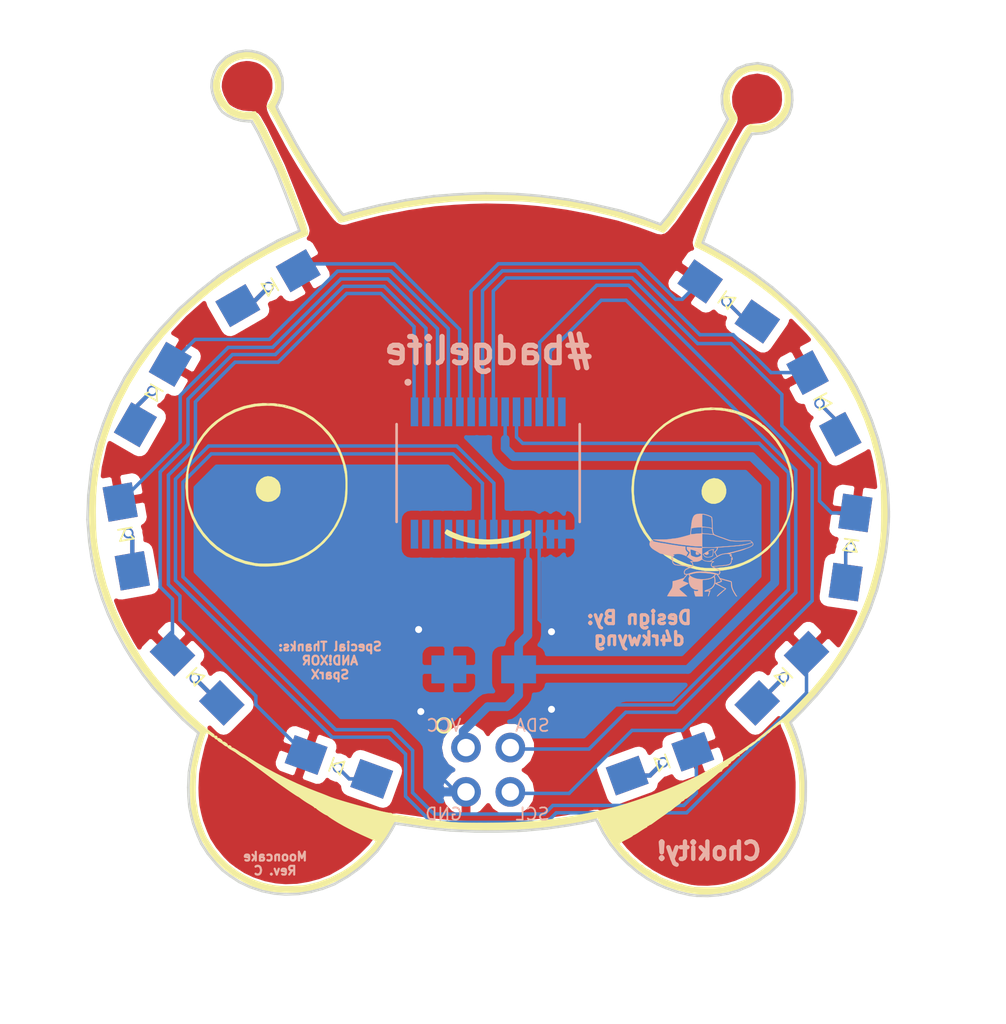
<source format=kicad_pcb>
(kicad_pcb (version 4) (host pcbnew 4.0.7)
  (layers (0 F.Cu signal) (31 B.Cu signal) (34 B.Paste user) (35 F.Paste user) (36 B.SilkS user) (37 F.SilkS user) (38 B.Mask user) (39 F.Mask user) (44 Edge.Cuts user))
  (net 0 "")
  (net 1 +3V3)
  (net 2 GND)
  (net 3 "Net-(D1-Pad2)")
  (net 4 "Net-(D2-Pad2)")
  (net 5 "Net-(D3-Pad2)")
  (net 6 "Net-(D4-Pad2)")
  (net 7 "Net-(D5-Pad2)")
  (net 8 "Net-(D6-Pad2)")
  (net 9 "Net-(D7-Pad2)")
  (net 10 "Net-(D8-Pad2)")
  (net 11 "Net-(D9-Pad2)")
  (net 12 "Net-(D10-Pad2)")
  (net 13 "Net-(R1-Pad1)")
  (net 14 "Net-(R2-Pad1)")
  (net 15 "Net-(R3-Pad1)")
  (net 16 "Net-(R4-Pad1)")
  (net 17 "Net-(R5-Pad1)")
  (net 18 "Net-(R6-Pad1)")
  (net 19 "Net-(R7-Pad1)")
  (net 20 "Net-(R8-Pad1)")
  (net 21 "Net-(R9-Pad1)")
  (net 22 scl)
  (net 23 sda)
  (net 24 "Net-(U1-Pad19)")
  (net 25 "Net-(U1-Pad20)")
  (net 26 "Net-(R10-Pad1)")
  (net 27 "Net-(U1-Pad23)")
  (net 28 "Net-(U1-Pad24)")
  (net 29 "Net-(U1-Pad25)")
  (net 30 "Net-(U1-Pad26)")
  (net 31 "Net-(U1-Pad27)")
  (net 32 "Net-(U1-Pad28)")
  (module mooncake-design:mooncake-silkscreen (layer F.Cu) (at 100 100)
    (fp_text reference G*** hide)
    (fp_text value LOGO hide)
  )
  (module mooncake-design:mooncake-soldermask (layer F.Cu) (at 100 100)
    (fp_text reference G*** hide)
    (fp_text value LOGO hide)
  )
  (module mrmeeseeks-addon-lib:Badgelife-Shitty-2x2 (layer F.Cu) (at 100 117)
    (fp_text reference X1)
    (fp_text value Badgelife_shitty_connector)
    (fp_text user SDA (at 2.54 -2.54) (layer B.SilkS) (effects (font (size 0.7 0.7) (thickness 0.1)) (justify mirror)))
    (fp_text user SCL (at 2.54 2.54) (layer B.SilkS) (effects (font (size 0.7 0.7) (thickness 0.1)) (justify mirror)))
    (fp_text user GND (at -2.54 2.54) (layer B.SilkS) (effects (font (size 0.7 0.7) (thickness 0.1)) (justify mirror)))
    (fp_text user VCC (at -2.54 -2.54) (layer B.SilkS) (effects (font (size 0.7 0.7) (thickness 0.1)) (justify mirror)))
    (pad 4 thru_hole circle (at 1.27 -1.27) (size 1.7 1.7) (drill 1) (layers *.Cu *.Mask) (net 23 sda))
    (pad 3 thru_hole oval (at 1.27 1.27) (size 1.7 1.7) (drill 1) (layers *.Cu *.Mask) (net 22 scl))
    (pad 1 thru_hole oval (at -1.27 -1.27) (size 1.7 1.7) (drill 1) (layers *.Cu *.Mask) (net 1 +3V3))
    (pad 2 thru_hole oval (at -1.27 1.27) (size 1.7 1.7) (drill 1) (layers *.Cu *.Mask) (net 2 GND))
  )
  (module mrmeeseeks-addon-lib:R_1206_HandSoldering_NoSilk (layer B.Cu) (at 116.84 111.76 225)
    (fp_text reference R9)
    (fp_text value 220)
    (pad 1 smd rect (at -2 0 225) (size 2 1.7) (layers B.Cu B.Paste B.Mask) (net 21 "Net-(R9-Pad1)"))
    (pad 2 smd rect (at 2 0 225) (size 2 1.7) (layers B.Cu B.Paste B.Mask) (net 11 "Net-(D9-Pad2)"))
  )
  (module mrmeeseeks-addon-lib:R_1206_HandSoldering_NoSilk (layer B.Cu) (at 109.855 116.6495 200)
    (fp_text reference R10)
    (fp_text value 220)
    (pad 1 smd rect (at -2 0 200) (size 2 1.7) (layers B.Cu B.Paste B.Mask) (net 26 "Net-(R10-Pad1)"))
    (pad 2 smd rect (at 2 0 200) (size 2 1.7) (layers B.Cu B.Paste B.Mask) (net 12 "Net-(D10-Pad2)"))
  )
  (module mrmeeseeks-addon-lib:LED_1206_HandSoldering_MinSilk (layer F.Cu) (at 109.855 116.6495 200)
    (fp_text reference D10)
    (fp_text value LED)
    (pad 1 smd rect (at -2 0 200) (size 2 1.7) (layers F.Cu F.Paste F.Mask) (net 2 GND))
    (pad 2 smd rect (at 2 0 200) (size 2 1.7) (layers F.Cu F.Paste F.Mask) (net 12 "Net-(D10-Pad2)"))
  )
  (module mrmeeseeks-addon-lib:LED_1206_HandSoldering_MinSilk (layer F.Cu) (at 91.44 116.84 340)
    (fp_text reference D1)
    (fp_text value LED)
    (pad 1 smd rect (at -2 0 340) (size 2 1.7) (layers F.Cu F.Paste F.Mask) (net 2 GND))
    (pad 2 smd rect (at 2 0 340) (size 2 1.7) (layers F.Cu F.Paste F.Mask) (net 3 "Net-(D1-Pad2)"))
  )
  (module mrmeeseeks-addon-lib:LED_1206_HandSoldering_MinSilk (layer F.Cu) (at 83.312 111.76 315)
    (fp_text reference D2)
    (fp_text value LED)
    (pad 1 smd rect (at -2 0 315) (size 2 1.7) (layers F.Cu F.Paste F.Mask) (net 2 GND))
    (pad 2 smd rect (at 2 0 315) (size 2 1.7) (layers F.Cu F.Paste F.Mask) (net 4 "Net-(D2-Pad2)"))
  )
  (module mrmeeseeks-addon-lib:LED_1206_HandSoldering_MinSilk (layer F.Cu) (at 79.248 103.632 280)
    (fp_text reference D3)
    (fp_text value LED)
    (pad 1 smd rect (at -2 0 280) (size 2 1.7) (layers F.Cu F.Paste F.Mask) (net 2 GND))
    (pad 2 smd rect (at 2 0 280) (size 2 1.7) (layers F.Cu F.Paste F.Mask) (net 5 "Net-(D3-Pad2)"))
  )
  (module mrmeeseeks-addon-lib:LED_1206_HandSoldering_MinSilk (layer F.Cu) (at 80.772 95.504 240)
    (fp_text reference D4)
    (fp_text value LED)
    (pad 1 smd rect (at -2 0 240) (size 2 1.7) (layers F.Cu F.Paste F.Mask) (net 2 GND))
    (pad 2 smd rect (at 2 0 240) (size 2 1.7) (layers F.Cu F.Paste F.Mask) (net 6 "Net-(D4-Pad2)"))
  )
  (module mrmeeseeks-addon-lib:LED_1206_HandSoldering_MinSilk (layer F.Cu) (at 87.376 89.408 210)
    (fp_text reference D5)
    (fp_text value LED)
    (pad 1 smd rect (at -2 0 210) (size 2 1.7) (layers F.Cu F.Paste F.Mask) (net 2 GND))
    (pad 2 smd rect (at 2 0 210) (size 2 1.7) (layers F.Cu F.Paste F.Mask) (net 7 "Net-(D5-Pad2)"))
  )
  (module mrmeeseeks-addon-lib:LED_1206_HandSoldering_MinSilk (layer F.Cu) (at 113.792 90.17 325)
    (fp_text reference D6)
    (fp_text value LED)
    (pad 1 smd rect (at -2 0 325) (size 2 1.7) (layers F.Cu F.Paste F.Mask) (net 2 GND))
    (pad 2 smd rect (at 2 0 325) (size 2 1.7) (layers F.Cu F.Paste F.Mask) (net 8 "Net-(D6-Pad2)"))
  )
  (module mrmeeseeks-addon-lib:LED_1206_HandSoldering_MinSilk (layer F.Cu) (at 119.253 96.012 298)
    (fp_text reference D7)
    (fp_text value LED)
    (pad 1 smd rect (at -2 0 298) (size 2 1.7) (layers F.Cu F.Paste F.Mask) (net 2 GND))
    (pad 2 smd rect (at 2 0 298) (size 2 1.7) (layers F.Cu F.Paste F.Mask) (net 9 "Net-(D7-Pad2)"))
  )
  (module mrmeeseeks-addon-lib:LED_1206_HandSoldering_MinSilk (layer F.Cu) (at 120.777 104.267 262)
    (fp_text reference D8)
    (fp_text value LED)
    (pad 1 smd rect (at -2 0 262) (size 2 1.7) (layers F.Cu F.Paste F.Mask) (net 2 GND))
    (pad 2 smd rect (at 2 0 262) (size 2 1.7) (layers F.Cu F.Paste F.Mask) (net 10 "Net-(D8-Pad2)"))
  )
  (module mrmeeseeks-addon-lib:LED_1206_HandSoldering_MinSilk (layer F.Cu) (at 116.84 111.76 225)
    (fp_text reference D9)
    (fp_text value LED)
    (pad 1 smd rect (at -2 0 225) (size 2 1.7) (layers F.Cu F.Paste F.Mask) (net 2 GND))
    (pad 2 smd rect (at 2 0 225) (size 2 1.7) (layers F.Cu F.Paste F.Mask) (net 11 "Net-(D9-Pad2)"))
  )
  (module mrmeeseeks-addon-lib:R_1206_HandSoldering_NoSilk (layer B.Cu) (at 120.777 104.267 262)
    (fp_text reference R8)
    (fp_text value 220)
    (pad 1 smd rect (at -2 0 262) (size 2 1.7) (layers B.Cu B.Paste B.Mask) (net 20 "Net-(R8-Pad1)"))
    (pad 2 smd rect (at 2 0 262) (size 2 1.7) (layers B.Cu B.Paste B.Mask) (net 10 "Net-(D8-Pad2)"))
  )
  (module mrmeeseeks-addon-lib:R_1206_HandSoldering_NoSilk (layer B.Cu) (at 119.253 96.012 298)
    (fp_text reference R7)
    (fp_text value 220)
    (pad 1 smd rect (at -2 0 298) (size 2 1.7) (layers B.Cu B.Paste B.Mask) (net 19 "Net-(R7-Pad1)"))
    (pad 2 smd rect (at 2 0 298) (size 2 1.7) (layers B.Cu B.Paste B.Mask) (net 9 "Net-(D7-Pad2)"))
  )
  (module mrmeeseeks-addon-lib:R_1206_HandSoldering_NoSilk (layer B.Cu) (at 113.792 90.17 325)
    (fp_text reference R6)
    (fp_text value 220)
    (pad 1 smd rect (at -2 0 325) (size 2 1.7) (layers B.Cu B.Paste B.Mask) (net 18 "Net-(R6-Pad1)"))
    (pad 2 smd rect (at 2 0 325) (size 2 1.7) (layers B.Cu B.Paste B.Mask) (net 8 "Net-(D6-Pad2)"))
  )
  (module mrmeeseeks-addon-lib:R_1206_HandSoldering_NoSilk (layer B.Cu) (at 87.376 89.408 210)
    (fp_text reference R5)
    (fp_text value 220)
    (pad 1 smd rect (at -2 0 210) (size 2 1.7) (layers B.Cu B.Paste B.Mask) (net 17 "Net-(R5-Pad1)"))
    (pad 2 smd rect (at 2 0 210) (size 2 1.7) (layers B.Cu B.Paste B.Mask) (net 7 "Net-(D5-Pad2)"))
  )
  (module mrmeeseeks-addon-lib:R_1206_HandSoldering_NoSilk (layer B.Cu) (at 80.772 95.504 240)
    (fp_text reference R4)
    (fp_text value 220)
    (pad 1 smd rect (at -2 0 240) (size 2 1.7) (layers B.Cu B.Paste B.Mask) (net 16 "Net-(R4-Pad1)"))
    (pad 2 smd rect (at 2 0 240) (size 2 1.7) (layers B.Cu B.Paste B.Mask) (net 6 "Net-(D4-Pad2)"))
  )
  (module mrmeeseeks-addon-lib:R_1206_HandSoldering_NoSilk (layer B.Cu) (at 79.248 103.632 280)
    (fp_text reference R3)
    (fp_text value 220)
    (pad 1 smd rect (at -2 0 280) (size 2 1.7) (layers B.Cu B.Paste B.Mask) (net 15 "Net-(R3-Pad1)"))
    (pad 2 smd rect (at 2 0 280) (size 2 1.7) (layers B.Cu B.Paste B.Mask) (net 5 "Net-(D3-Pad2)"))
  )
  (module mrmeeseeks-addon-lib:R_1206_HandSoldering_NoSilk (layer B.Cu) (at 83.312 111.76 315)
    (fp_text reference R2)
    (fp_text value 220)
    (pad 1 smd rect (at -2 0 315) (size 2 1.7) (layers B.Cu B.Paste B.Mask) (net 14 "Net-(R2-Pad1)"))
    (pad 2 smd rect (at 2 0 315) (size 2 1.7) (layers B.Cu B.Paste B.Mask) (net 4 "Net-(D2-Pad2)"))
  )
  (module mrmeeseeks-addon-lib:R_1206_HandSoldering_NoSilk (layer B.Cu) (at 91.44 116.84 340)
    (fp_text reference R1)
    (fp_text value 220)
    (pad 1 smd rect (at -2 0 340) (size 2 1.7) (layers B.Cu B.Paste B.Mask) (net 13 "Net-(R1-Pad1)"))
    (pad 2 smd rect (at 2 0 340) (size 2 1.7) (layers B.Cu B.Paste B.Mask) (net 3 "Net-(D1-Pad2)"))
  )
  (module lib:C_1206_HandSoldering_NoSilk (layer B.Cu) (at 99.7458 111.252 180)
    (fp_text reference C1)
    (fp_text value 0.1uf)
    (pad 1 smd rect (at -2 0 180) (size 2 1.6) (layers B.Cu B.Paste B.Mask) (net 1 +3V3))
    (pad 2 smd rect (at 2 0 180) (size 2 1.6) (layers B.Cu B.Paste B.Mask) (net 2 GND))
  )
  (module mooncake-design:gary_soldermask (layer B.Cu) (at 87.376 103.124 180)
    (fp_text reference G*** hide)
    (fp_text value LOGO hide)
  )
  (module mooncake-design:d4rkwyng (layer B.Cu) (at 112.268 104.648 180)
    (fp_text reference G*** hide)
    (fp_text value LOGO hide)
  )
  (module mooncake-design:d4rkwyng_solder (layer B.Cu) (at 112.268 104.648 180)
    (fp_text reference G*** hide)
    (fp_text value LOGO hide)
  )
  (module mooncakes-lib:MCP23017-ESS_NoSilk (layer B.Cu) (at 100 100 270)
    (fp_text reference U1)
    (fp_text value MCP23017)
    (pad 1 smd rect (at -3.505 4.225 270) (size 1.651 0.4318) (layers B.Cu B.Paste B.Mask) (net 13 "Net-(R1-Pad1)"))
    (pad 2 smd rect (at -3.505 3.575 270) (size 1.651 0.4318) (layers B.Cu B.Paste B.Mask) (net 14 "Net-(R2-Pad1)"))
    (pad 3 smd rect (at -3.505 2.925 270) (size 1.651 0.4318) (layers B.Cu B.Paste B.Mask) (net 15 "Net-(R3-Pad1)"))
    (pad 4 smd rect (at -3.505 2.275 270) (size 1.651 0.4318) (layers B.Cu B.Paste B.Mask) (net 16 "Net-(R4-Pad1)"))
    (pad 5 smd rect (at -3.505 1.625 270) (size 1.651 0.4318) (layers B.Cu B.Paste B.Mask) (net 17 "Net-(R5-Pad1)"))
    (pad 6 smd rect (at -3.505 0.975 270) (size 1.651 0.4318) (layers B.Cu B.Paste B.Mask) (net 18 "Net-(R6-Pad1)"))
    (pad 7 smd rect (at -3.505 0.325 270) (size 1.651 0.4318) (layers B.Cu B.Paste B.Mask) (net 19 "Net-(R7-Pad1)"))
    (pad 8 smd rect (at -3.505 -0.325 270) (size 1.651 0.4318) (layers B.Cu B.Paste B.Mask) (net 20 "Net-(R8-Pad1)"))
    (pad 9 smd rect (at -3.505 -0.975 270) (size 1.651 0.4318) (layers B.Cu B.Paste B.Mask) (net 1 +3V3))
    (pad 10 smd rect (at -3.505 -1.625 270) (size 1.651 0.4318) (layers B.Cu B.Paste B.Mask) (net 2 GND))
    (pad 11 smd rect (at -3.505 -2.275 270) (size 1.651 0.4318) (layers B.Cu B.Paste B.Mask))
    (pad 12 smd rect (at -3.505 -2.925 270) (size 1.651 0.4318) (layers B.Cu B.Paste B.Mask) (net 22 scl))
    (pad 13 smd rect (at -3.505 -3.575 270) (size 1.651 0.4318) (layers B.Cu B.Paste B.Mask) (net 23 sda))
    (pad 14 smd rect (at -3.505 -4.225 270) (size 1.651 0.4318) (layers B.Cu B.Paste B.Mask))
    (pad 15 smd rect (at 3.505 -4.225 270) (size 1.651 0.4318) (layers B.Cu B.Paste B.Mask) (net 2 GND))
    (pad 16 smd rect (at 3.505 -3.575 270) (size 1.651 0.4318) (layers B.Cu B.Paste B.Mask) (net 2 GND))
    (pad 17 smd rect (at 3.505 -2.925 270) (size 1.651 0.4318) (layers B.Cu B.Paste B.Mask) (net 2 GND))
    (pad 18 smd rect (at 3.505 -2.275 270) (size 1.651 0.4318) (layers B.Cu B.Paste B.Mask) (net 1 +3V3))
    (pad 19 smd rect (at 3.505 -1.625 270) (size 1.651 0.4318) (layers B.Cu B.Paste B.Mask) (net 24 "Net-(U1-Pad19)"))
    (pad 20 smd rect (at 3.505 -0.975 270) (size 1.651 0.4318) (layers B.Cu B.Paste B.Mask) (net 25 "Net-(U1-Pad20)"))
    (pad 21 smd rect (at 3.505 -0.325 270) (size 1.651 0.4318) (layers B.Cu B.Paste B.Mask) (net 21 "Net-(R9-Pad1)"))
    (pad 22 smd rect (at 3.505 0.325 270) (size 1.651 0.4318) (layers B.Cu B.Paste B.Mask) (net 26 "Net-(R10-Pad1)"))
    (pad 23 smd rect (at 3.505 0.975 270) (size 1.651 0.4318) (layers B.Cu B.Paste B.Mask) (net 27 "Net-(U1-Pad23)"))
    (pad 24 smd rect (at 3.505 1.625 270) (size 1.651 0.4318) (layers B.Cu B.Paste B.Mask) (net 28 "Net-(U1-Pad24)"))
    (pad 25 smd rect (at 3.505 2.275 270) (size 1.651 0.4318) (layers B.Cu B.Paste B.Mask) (net 29 "Net-(U1-Pad25)"))
    (pad 26 smd rect (at 3.505 2.925 270) (size 1.651 0.4318) (layers B.Cu B.Paste B.Mask) (net 30 "Net-(U1-Pad26)"))
    (pad 27 smd rect (at 3.505 3.575 270) (size 1.651 0.4318) (layers B.Cu B.Paste B.Mask) (net 31 "Net-(U1-Pad27)"))
    (pad 28 smd rect (at 3.505 4.225 270) (size 1.651 0.4318) (layers B.Cu B.Paste B.Mask) (net 32 "Net-(U1-Pad28)"))
  )
  (gr_text "Mooncake\nRev. C" (at 87.7824 122.3772) (layer B.SilkS) (effects (font (size 0.5 0.5) (thickness 0.125)) (justify mirror)))
  (gr_text Chokity! (at 112.66424 121.65584) (layer B.SilkS) (effects (font (size 1 1) (thickness 0.25)) (justify mirror)))
  (gr_text "Design By:\nd4rkwyng" (at 108.6612 108.8898) (layer B.SilkS) (effects (font (size 0.75 0.75) (thickness 0.1875)) (justify mirror)))
  (gr_line (start 120.6373 94.1959) (end 121.0818 94.9833) (angle 90) (layer Edge.Cuts) (width 0.15))
  (gr_line (start 119.9007 93.1164) (end 120.6373 94.1959) (angle 90) (layer Edge.Cuts) (width 0.15))
  (gr_line (start 119.3165 92.3544) (end 119.9007 93.1164) (angle 90) (layer Edge.Cuts) (width 0.15))
  (gr_line (start 118.6942 91.6305) (end 119.3165 92.3544) (angle 90) (layer Edge.Cuts) (width 0.15))
  (gr_line (start 117.6274 90.5383) (end 118.6942 91.6305) (angle 90) (layer Edge.Cuts) (width 0.15))
  (gr_line (start 116.3193 89.3826) (end 117.6274 90.5383) (angle 90) (layer Edge.Cuts) (width 0.15))
  (gr_line (start 115.2398 88.5698) (end 116.3193 89.3826) (angle 90) (layer Edge.Cuts) (width 0.15))
  (gr_line (start 113.8428 87.6554) (end 115.2398 88.5698) (angle 90) (layer Edge.Cuts) (width 0.15))
  (gr_line (start 112.776 87.0458) (end 113.8428 87.6554) (angle 90) (layer Edge.Cuts) (width 0.15))
  (gr_line (start 112.3061 86.8045) (end 112.776 87.0458) (angle 90) (layer Edge.Cuts) (width 0.15))
  (gr_line (start 112.7125 85.6996) (end 112.3061 86.8045) (angle 90) (layer Edge.Cuts) (width 0.15))
  (gr_line (start 113.2205 84.4169) (end 112.7125 85.6996) (angle 90) (layer Edge.Cuts) (width 0.15))
  (gr_line (start 113.7412 83.2612) (end 113.2205 84.4169) (angle 90) (layer Edge.Cuts) (width 0.15))
  (gr_line (start 114.2111 82.2833) (end 113.7412 83.2612) (angle 90) (layer Edge.Cuts) (width 0.15))
  (gr_line (start 114.681 81.3308) (end 114.2111 82.2833) (angle 90) (layer Edge.Cuts) (width 0.15))
  (gr_line (start 115.1128 80.5815) (end 114.681 81.3308) (angle 90) (layer Edge.Cuts) (width 0.15))
  (gr_line (start 115.7097 80.5307) (end 115.1128 80.5815) (angle 90) (layer Edge.Cuts) (width 0.15))
  (gr_line (start 116.078 80.4545) (end 115.7097 80.5307) (angle 90) (layer Edge.Cuts) (width 0.15))
  (gr_line (start 116.4844 80.2767) (end 116.078 80.4545) (angle 90) (layer Edge.Cuts) (width 0.15))
  (gr_line (start 116.8273 79.9973) (end 116.4844 80.2767) (angle 90) (layer Edge.Cuts) (width 0.15))
  (gr_line (start 117.094 79.7052) (end 116.8273 79.9973) (angle 90) (layer Edge.Cuts) (width 0.15))
  (gr_line (start 117.2718 79.4131) (end 117.094 79.7052) (angle 90) (layer Edge.Cuts) (width 0.15))
  (gr_line (start 117.3988 79.0194) (end 117.2718 79.4131) (angle 90) (layer Edge.Cuts) (width 0.15))
  (gr_line (start 117.4369 78.6384) (end 117.3988 79.0194) (angle 90) (layer Edge.Cuts) (width 0.15))
  (gr_line (start 117.4115 78.0669) (end 117.4369 78.6384) (angle 90) (layer Edge.Cuts) (width 0.15))
  (gr_line (start 117.221 77.5589) (end 117.4115 78.0669) (angle 90) (layer Edge.Cuts) (width 0.15))
  (gr_line (start 116.84 77.0636) (end 117.221 77.5589) (angle 90) (layer Edge.Cuts) (width 0.15))
  (gr_line (start 116.2685 76.6826) (end 116.84 77.0636) (angle 90) (layer Edge.Cuts) (width 0.15))
  (gr_line (start 115.4557 76.5175) (end 116.2685 76.6826) (angle 90) (layer Edge.Cuts) (width 0.15))
  (gr_line (start 114.808 76.6191) (end 115.4557 76.5175) (angle 90) (layer Edge.Cuts) (width 0.15))
  (gr_line (start 114.2873 76.8223) (end 114.808 76.6191) (angle 90) (layer Edge.Cuts) (width 0.15))
  (gr_line (start 113.9317 77.1652) (end 114.2873 76.8223) (angle 90) (layer Edge.Cuts) (width 0.15))
  (gr_line (start 113.6777 77.5208) (end 113.9317 77.1652) (angle 90) (layer Edge.Cuts) (width 0.15))
  (gr_line (start 113.4872 77.9526) (end 113.6777 77.5208) (angle 90) (layer Edge.Cuts) (width 0.15))
  (gr_line (start 113.3983 78.3844) (end 113.4872 77.9526) (angle 90) (layer Edge.Cuts) (width 0.15))
  (gr_line (start 113.411 78.8162) (end 113.3983 78.3844) (angle 90) (layer Edge.Cuts) (width 0.15))
  (gr_line (start 113.4618 79.1337) (end 113.411 78.8162) (angle 90) (layer Edge.Cuts) (width 0.15))
  (gr_line (start 113.538 79.3369) (end 113.4618 79.1337) (angle 90) (layer Edge.Cuts) (width 0.15))
  (gr_line (start 113.7285 79.7179) (end 113.538 79.3369) (angle 90) (layer Edge.Cuts) (width 0.15))
  (gr_line (start 113.411 80.3021) (end 113.7285 79.7179) (angle 90) (layer Edge.Cuts) (width 0.15))
  (gr_line (start 112.5474 81.8388) (end 113.411 80.3021) (angle 90) (layer Edge.Cuts) (width 0.15))
  (gr_line (start 111.506 83.5152) (end 112.5474 81.8388) (angle 90) (layer Edge.Cuts) (width 0.15))
  (gr_line (start 110.3249 85.217) (end 111.506 83.5152) (angle 90) (layer Edge.Cuts) (width 0.15))
  (gr_line (start 109.8804 85.7504) (end 110.3249 85.217) (angle 90) (layer Edge.Cuts) (width 0.15))
  (gr_line (start 108.839 85.3694) (end 109.8804 85.7504) (angle 90) (layer Edge.Cuts) (width 0.15))
  (gr_line (start 107.5817 84.9757) (end 108.839 85.3694) (angle 90) (layer Edge.Cuts) (width 0.15))
  (gr_line (start 105.8799 84.582) (end 107.5817 84.9757) (angle 90) (layer Edge.Cuts) (width 0.15))
  (gr_line (start 104.6099 84.3407) (end 105.8799 84.582) (angle 90) (layer Edge.Cuts) (width 0.15))
  (gr_line (start 103.7971 84.2264) (end 104.6099 84.3407) (angle 90) (layer Edge.Cuts) (width 0.15))
  (gr_line (start 102.9716 84.1248) (end 103.7971 84.2264) (angle 90) (layer Edge.Cuts) (width 0.15))
  (gr_line (start 102.3874 84.074) (end 102.9716 84.1248) (angle 90) (layer Edge.Cuts) (width 0.15))
  (gr_line (start 101.5111 84.0105) (end 102.3874 84.074) (angle 90) (layer Edge.Cuts) (width 0.15))
  (gr_line (start 101.1047 83.9978) (end 101.5111 84.0105) (angle 90) (layer Edge.Cuts) (width 0.15))
  (gr_line (start 99.8728 83.9724) (end 101.1047 83.9978) (angle 90) (layer Edge.Cuts) (width 0.15))
  (gr_line (start 98.9711 83.9978) (end 99.8728 83.9724) (angle 90) (layer Edge.Cuts) (width 0.15))
  (gr_line (start 98.0186 84.0486) (end 98.9711 83.9978) (angle 90) (layer Edge.Cuts) (width 0.15))
  (gr_line (start 97.2185 84.1121) (end 98.0186 84.0486) (angle 90) (layer Edge.Cuts) (width 0.15))
  (gr_line (start 96.8756 84.1375) (end 97.2185 84.1121) (angle 90) (layer Edge.Cuts) (width 0.15))
  (gr_line (start 96.6343 84.1756) (end 96.8756 84.1375) (angle 90) (layer Edge.Cuts) (width 0.15))
  (gr_line (start 96.4311 84.201) (end 96.6343 84.1756) (angle 90) (layer Edge.Cuts) (width 0.15))
  (gr_line (start 95.7961 84.2899) (end 96.4311 84.201) (angle 90) (layer Edge.Cuts) (width 0.15))
  (gr_line (start 95.2754 84.3661) (end 95.7961 84.2899) (angle 90) (layer Edge.Cuts) (width 0.15))
  (gr_line (start 94.6404 84.4931) (end 95.2754 84.3661) (angle 90) (layer Edge.Cuts) (width 0.15))
  (gr_line (start 93.7641 84.6582) (end 94.6404 84.4931) (angle 90) (layer Edge.Cuts) (width 0.15))
  (gr_line (start 92.7354 84.9122) (end 93.7641 84.6582) (angle 90) (layer Edge.Cuts) (width 0.15))
  (gr_line (start 92.0242 85.1027) (end 92.7354 84.9122) (angle 90) (layer Edge.Cuts) (width 0.15))
  (gr_line (start 91.7067 85.2043) (end 92.0242 85.1027) (angle 90) (layer Edge.Cuts) (width 0.15))
  (gr_line (start 91.6432 85.1535) (end 91.7067 85.2043) (angle 90) (layer Edge.Cuts) (width 0.15))
  (gr_line (start 91.4781 84.963) (end 91.6432 85.1535) (angle 90) (layer Edge.Cuts) (width 0.15))
  (gr_line (start 91.0463 84.3788) (end 91.4781 84.963) (angle 90) (layer Edge.Cuts) (width 0.15))
  (gr_line (start 90.8939 84.1502) (end 91.0463 84.3788) (angle 90) (layer Edge.Cuts) (width 0.15))
  (gr_line (start 90.7542 83.947) (end 90.8939 84.1502) (angle 90) (layer Edge.Cuts) (width 0.15))
  (gr_line (start 90.6272 83.7565) (end 90.7542 83.947) (angle 90) (layer Edge.Cuts) (width 0.15))
  (gr_line (start 90.4621 83.5152) (end 90.6272 83.7565) (angle 90) (layer Edge.Cuts) (width 0.15))
  (gr_line (start 89.9414 82.7151) (end 90.4621 83.5152) (angle 90) (layer Edge.Cuts) (width 0.15))
  (gr_line (start 89.5985 82.169) (end 89.9414 82.7151) (angle 90) (layer Edge.Cuts) (width 0.15))
  (gr_line (start 89.2556 81.5975) (end 89.5985 82.169) (angle 90) (layer Edge.Cuts) (width 0.15))
  (gr_line (start 89.0397 81.2292) (end 89.2556 81.5975) (angle 90) (layer Edge.Cuts) (width 0.15))
  (gr_line (start 88.8746 80.9371) (end 89.0397 81.2292) (angle 90) (layer Edge.Cuts) (width 0.15))
  (gr_line (start 88.7476 80.6958) (end 88.8746 80.9371) (angle 90) (layer Edge.Cuts) (width 0.15))
  (gr_line (start 88.4301 80.1116) (end 88.7476 80.6958) (angle 90) (layer Edge.Cuts) (width 0.15))
  (gr_line (start 88.0491 79.4131) (end 88.4301 80.1116) (angle 90) (layer Edge.Cuts) (width 0.15))
  (gr_line (start 87.9221 79.1464) (end 88.0491 79.4131) (angle 90) (layer Edge.Cuts) (width 0.15))
  (gr_line (start 87.8713 79.0067) (end 87.9221 79.1464) (angle 90) (layer Edge.Cuts) (width 0.15))
  (gr_line (start 87.9729 78.8035) (end 87.8713 79.0067) (angle 90) (layer Edge.Cuts) (width 0.15))
  (gr_line (start 88.138 78.4098) (end 87.9729 78.8035) (angle 90) (layer Edge.Cuts) (width 0.15))
  (gr_line (start 88.1761 78.232) (end 88.138 78.4098) (angle 90) (layer Edge.Cuts) (width 0.15))
  (gr_line (start 88.2142 78.0161) (end 88.1761 78.232) (angle 90) (layer Edge.Cuts) (width 0.15))
  (gr_line (start 88.2142 77.6478) (end 88.2142 78.0161) (angle 90) (layer Edge.Cuts) (width 0.15))
  (gr_line (start 88.1888 77.343) (end 88.2142 77.6478) (angle 90) (layer Edge.Cuts) (width 0.15))
  (gr_line (start 88.0237 76.9112) (end 88.1888 77.343) (angle 90) (layer Edge.Cuts) (width 0.15))
  (gr_line (start 87.8713 76.6445) (end 88.0237 76.9112) (angle 90) (layer Edge.Cuts) (width 0.15))
  (gr_line (start 87.5919 76.3397) (end 87.8713 76.6445) (angle 90) (layer Edge.Cuts) (width 0.15))
  (gr_line (start 87.2363 76.0857) (end 87.5919 76.3397) (angle 90) (layer Edge.Cuts) (width 0.15))
  (gr_line (start 86.9696 75.9587) (end 87.2363 76.0857) (angle 90) (layer Edge.Cuts) (width 0.15))
  (gr_line (start 86.7664 75.8952) (end 86.9696 75.9587) (angle 90) (layer Edge.Cuts) (width 0.15))
  (gr_line (start 86.3981 75.819) (end 86.7664 75.8952) (angle 90) (layer Edge.Cuts) (width 0.15))
  (gr_line (start 86.0933 75.8063) (end 86.3981 75.819) (angle 90) (layer Edge.Cuts) (width 0.15))
  (gr_line (start 85.6742 75.8698) (end 86.0933 75.8063) (angle 90) (layer Edge.Cuts) (width 0.15))
  (gr_line (start 85.3821 75.9587) (end 85.6742 75.8698) (angle 90) (layer Edge.Cuts) (width 0.15))
  (gr_line (start 84.9884 76.1619) (end 85.3821 75.9587) (angle 90) (layer Edge.Cuts) (width 0.15))
  (gr_line (start 84.6709 76.454) (end 84.9884 76.1619) (angle 90) (layer Edge.Cuts) (width 0.15))
  (gr_line (start 84.4677 76.6953) (end 84.6709 76.454) (angle 90) (layer Edge.Cuts) (width 0.15))
  (gr_line (start 84.3026 77.0128) (end 84.4677 76.6953) (angle 90) (layer Edge.Cuts) (width 0.15))
  (gr_line (start 84.1629 77.4827) (end 84.3026 77.0128) (angle 90) (layer Edge.Cuts) (width 0.15))
  (gr_line (start 84.1375 77.9018) (end 84.1629 77.4827) (angle 90) (layer Edge.Cuts) (width 0.15))
  (gr_line (start 84.1883 78.2193) (end 84.1375 77.9018) (angle 90) (layer Edge.Cuts) (width 0.15))
  (gr_line (start 84.3153 78.6003) (end 84.1883 78.2193) (angle 90) (layer Edge.Cuts) (width 0.15))
  (gr_line (start 84.582 79.0829) (end 84.3153 78.6003) (angle 90) (layer Edge.Cuts) (width 0.15))
  (gr_line (start 84.7598 79.3115) (end 84.582 79.0829) (angle 90) (layer Edge.Cuts) (width 0.15))
  (gr_line (start 85.0519 79.5147) (end 84.7598 79.3115) (angle 90) (layer Edge.Cuts) (width 0.15))
  (gr_line (start 85.4202 79.6925) (end 85.0519 79.5147) (angle 90) (layer Edge.Cuts) (width 0.15))
  (gr_line (start 85.8393 79.8068) (end 85.4202 79.6925) (angle 90) (layer Edge.Cuts) (width 0.15))
  (gr_line (start 86.2457 79.8449) (end 85.8393 79.8068) (angle 90) (layer Edge.Cuts) (width 0.15))
  (gr_line (start 86.4362 79.8449) (end 86.2457 79.8449) (angle 90) (layer Edge.Cuts) (width 0.15))
  (gr_line (start 86.8045 80.4926) (end 86.4362 79.8449) (angle 90) (layer Edge.Cuts) (width 0.15))
  (gr_line (start 87.8078 82.5881) (end 86.8045 80.4926) (angle 90) (layer Edge.Cuts) (width 0.15))
  (gr_line (start 88.3666 83.9851) (end 87.8078 82.5881) (angle 90) (layer Edge.Cuts) (width 0.15))
  (gr_line (start 89.1794 86.1187) (end 88.3666 83.9851) (angle 90) (layer Edge.Cuts) (width 0.15))
  (gr_line (start 87.9475 86.6775) (end 89.1794 86.1187) (angle 90) (layer Edge.Cuts) (width 0.15))
  (gr_line (start 86.1314 87.6808) (end 87.9475 86.6775) (angle 90) (layer Edge.Cuts) (width 0.15))
  (gr_line (start 84.6074 88.646) (end 86.1314 87.6808) (angle 90) (layer Edge.Cuts) (width 0.15))
  (gr_line (start 83.3882 89.6112) (end 84.6074 88.646) (angle 90) (layer Edge.Cuts) (width 0.15))
  (gr_line (start 82.2706 90.6018) (end 83.3882 89.6112) (angle 90) (layer Edge.Cuts) (width 0.15))
  (gr_line (start 81.1784 91.7702) (end 82.2706 90.6018) (angle 90) (layer Edge.Cuts) (width 0.15))
  (gr_line (start 80.4164 92.6846) (end 81.1784 91.7702) (angle 90) (layer Edge.Cuts) (width 0.15))
  (gr_line (start 79.8068 93.5101) (end 80.4164 92.6846) (angle 90) (layer Edge.Cuts) (width 0.15))
  (gr_line (start 79.1591 94.5261) (end 79.8068 93.5101) (angle 90) (layer Edge.Cuts) (width 0.15))
  (gr_line (start 78.3844 96.012) (end 79.1591 94.5261) (angle 90) (layer Edge.Cuts) (width 0.15))
  (gr_line (start 77.9272 97.1677) (end 78.3844 96.012) (angle 90) (layer Edge.Cuts) (width 0.15))
  (gr_line (start 77.5462 98.3234) (end 77.9272 97.1677) (angle 90) (layer Edge.Cuts) (width 0.15))
  (gr_line (start 77.2668 99.568) (end 77.5462 98.3234) (angle 90) (layer Edge.Cuts) (width 0.15))
  (gr_line (start 77.0763 101.2698) (end 77.2668 99.568) (angle 90) (layer Edge.Cuts) (width 0.15))
  (gr_line (start 77.0255 102.6668) (end 77.0763 101.2698) (angle 90) (layer Edge.Cuts) (width 0.15))
  (gr_line (start 77.1271 103.9368) (end 77.0255 102.6668) (angle 90) (layer Edge.Cuts) (width 0.15))
  (gr_line (start 77.2541 104.8004) (end 77.1271 103.9368) (angle 90) (layer Edge.Cuts) (width 0.15))
  (gr_line (start 77.4065 105.6132) (end 77.2541 104.8004) (angle 90) (layer Edge.Cuts) (width 0.15))
  (gr_line (start 77.5335 106.1339) (end 77.4065 105.6132) (angle 90) (layer Edge.Cuts) (width 0.15))
  (gr_line (start 77.8637 107.188) (end 77.5335 106.1339) (angle 90) (layer Edge.Cuts) (width 0.15))
  (gr_line (start 78.2066 108.077) (end 77.8637 107.188) (angle 90) (layer Edge.Cuts) (width 0.15))
  (gr_line (start 78.6257 108.9914) (end 78.2066 108.077) (angle 90) (layer Edge.Cuts) (width 0.15))
  (gr_line (start 79.1591 109.9693) (end 78.6257 108.9914) (angle 90) (layer Edge.Cuts) (width 0.15))
  (gr_line (start 79.5401 110.5916) (end 79.1591 109.9693) (angle 90) (layer Edge.Cuts) (width 0.15))
  (gr_line (start 80.2005 111.5441) (end 79.5401 110.5916) (angle 90) (layer Edge.Cuts) (width 0.15))
  (gr_line (start 80.7847 112.2934) (end 80.2005 111.5441) (angle 90) (layer Edge.Cuts) (width 0.15))
  (gr_line (start 81.8642 113.4745) (end 80.7847 112.2934) (angle 90) (layer Edge.Cuts) (width 0.15))
  (gr_line (start 82.4992 114.1222) (end 81.8642 113.4745) (angle 90) (layer Edge.Cuts) (width 0.15))
  (gr_line (start 82.9564 114.5286) (end 82.4992 114.1222) (angle 90) (layer Edge.Cuts) (width 0.15))
  (gr_line (start 83.3882 114.8969) (end 82.9564 114.5286) (angle 90) (layer Edge.Cuts) (width 0.15))
  (gr_line (start 83.1977 115.443) (end 83.3882 114.8969) (angle 90) (layer Edge.Cuts) (width 0.15))
  (gr_line (start 82.9691 116.4209) (end 83.1977 115.443) (angle 90) (layer Edge.Cuts) (width 0.15))
  (gr_line (start 82.8421 117.1448) (end 82.9691 116.4209) (angle 90) (layer Edge.Cuts) (width 0.15))
  (gr_line (start 82.804 118.0211) (end 82.8421 117.1448) (angle 90) (layer Edge.Cuts) (width 0.15))
  (gr_line (start 82.8167 118.5164) (end 82.804 118.0211) (angle 90) (layer Edge.Cuts) (width 0.15))
  (gr_line (start 82.8675 119.126) (end 82.8167 118.5164) (angle 90) (layer Edge.Cuts) (width 0.15))
  (gr_line (start 82.9818 119.6594) (end 82.8675 119.126) (angle 90) (layer Edge.Cuts) (width 0.15))
  (gr_line (start 83.0961 120.1039) (end 82.9818 119.6594) (angle 90) (layer Edge.Cuts) (width 0.15))
  (gr_line (start 83.3501 120.777) (end 83.0961 120.1039) (angle 90) (layer Edge.Cuts) (width 0.15))
  (gr_line (start 83.5533 121.2342) (end 83.3501 120.777) (angle 90) (layer Edge.Cuts) (width 0.15))
  (gr_line (start 83.9216 121.8057) (end 83.5533 121.2342) (angle 90) (layer Edge.Cuts) (width 0.15))
  (gr_line (start 84.4042 122.3899) (end 83.9216 121.8057) (angle 90) (layer Edge.Cuts) (width 0.15))
  (gr_line (start 84.7852 122.7709) (end 84.4042 122.3899) (angle 90) (layer Edge.Cuts) (width 0.15))
  (gr_line (start 85.1916 123.0757) (end 84.7852 122.7709) (angle 90) (layer Edge.Cuts) (width 0.15))
  (gr_line (start 85.7123 123.4186) (end 85.1916 123.0757) (angle 90) (layer Edge.Cuts) (width 0.15))
  (gr_line (start 86.3219 123.7107) (end 85.7123 123.4186) (angle 90) (layer Edge.Cuts) (width 0.15))
  (gr_line (start 87.0458 123.952) (end 86.3219 123.7107) (angle 90) (layer Edge.Cuts) (width 0.15))
  (gr_line (start 87.7443 124.0917) (end 87.0458 123.952) (angle 90) (layer Edge.Cuts) (width 0.15))
  (gr_line (start 88.3666 124.1425) (end 87.7443 124.0917) (angle 90) (layer Edge.Cuts) (width 0.15))
  (gr_line (start 89.1032 124.1171) (end 88.3666 124.1425) (angle 90) (layer Edge.Cuts) (width 0.15))
  (gr_line (start 89.8525 123.9901) (end 89.1032 124.1171) (angle 90) (layer Edge.Cuts) (width 0.15))
  (gr_line (start 90.5129 123.8123) (end 89.8525 123.9901) (angle 90) (layer Edge.Cuts) (width 0.15))
  (gr_line (start 91.1733 123.5583) (end 90.5129 123.8123) (angle 90) (layer Edge.Cuts) (width 0.15))
  (gr_line (start 91.9353 123.1265) (end 91.1733 123.5583) (angle 90) (layer Edge.Cuts) (width 0.15))
  (gr_line (start 92.5576 122.682) (end 91.9353 123.1265) (angle 90) (layer Edge.Cuts) (width 0.15))
  (gr_line (start 93.0656 122.2375) (end 92.5576 122.682) (angle 90) (layer Edge.Cuts) (width 0.15))
  (gr_line (start 93.6244 121.6787) (end 93.0656 122.2375) (angle 90) (layer Edge.Cuts) (width 0.15))
  (gr_line (start 94.1959 120.8913) (end 93.6244 121.6787) (angle 90) (layer Edge.Cuts) (width 0.15))
  (gr_line (start 94.4626 120.4468) (end 94.1959 120.8913) (angle 90) (layer Edge.Cuts) (width 0.15))
  (gr_line (start 94.6658 120.0785) (end 94.4626 120.4468) (angle 90) (layer Edge.Cuts) (width 0.15))
  (gr_line (start 95.5167 120.1928) (end 94.6658 120.0785) (angle 90) (layer Edge.Cuts) (width 0.15))
  (gr_line (start 96.5708 120.3452) (end 95.5167 120.1928) (angle 90) (layer Edge.Cuts) (width 0.15))
  (gr_line (start 97.8154 120.4722) (end 96.5708 120.3452) (angle 90) (layer Edge.Cuts) (width 0.15))
  (gr_line (start 99.2632 120.5357) (end 97.8154 120.4722) (angle 90) (layer Edge.Cuts) (width 0.15))
  (gr_line (start 100.5713 120.5357) (end 99.2632 120.5357) (angle 90) (layer Edge.Cuts) (width 0.15))
  (gr_line (start 101.5619 120.5103) (end 100.5713 120.5357) (angle 90) (layer Edge.Cuts) (width 0.15))
  (gr_line (start 102.1842 120.4722) (end 101.5619 120.5103) (angle 90) (layer Edge.Cuts) (width 0.15))
  (gr_line (start 103.3907 120.3579) (end 102.1842 120.4722) (angle 90) (layer Edge.Cuts) (width 0.15))
  (gr_line (start 104.0003 120.269) (end 103.3907 120.3579) (angle 90) (layer Edge.Cuts) (width 0.15))
  (gr_line (start 104.5972 120.1801) (end 104.0003 120.269) (angle 90) (layer Edge.Cuts) (width 0.15))
  (gr_line (start 105.41 120.0404) (end 104.5972 120.1801) (angle 90) (layer Edge.Cuts) (width 0.15))
  (gr_line (start 105.9942 119.9134) (end 105.41 120.0404) (angle 90) (layer Edge.Cuts) (width 0.15))
  (gr_line (start 106.1847 119.8626) (end 105.9942 119.9134) (angle 90) (layer Edge.Cuts) (width 0.15))
  (gr_line (start 106.2609 119.9769) (end 106.1847 119.8626) (angle 90) (layer Edge.Cuts) (width 0.15))
  (gr_line (start 106.6038 120.6373) (end 106.2609 119.9769) (angle 90) (layer Edge.Cuts) (width 0.15))
  (gr_line (start 107.0229 121.285) (end 106.6038 120.6373) (angle 90) (layer Edge.Cuts) (width 0.15))
  (gr_line (start 107.5182 121.8946) (end 107.0229 121.285) (angle 90) (layer Edge.Cuts) (width 0.15))
  (gr_line (start 108.0135 122.3899) (end 107.5182 121.8946) (angle 90) (layer Edge.Cuts) (width 0.15))
  (gr_line (start 108.5723 122.8598) (end 108.0135 122.3899) (angle 90) (layer Edge.Cuts) (width 0.15))
  (gr_line (start 109.1438 123.2535) (end 108.5723 122.8598) (angle 90) (layer Edge.Cuts) (width 0.15))
  (gr_line (start 109.7026 123.5583) (end 109.1438 123.2535) (angle 90) (layer Edge.Cuts) (width 0.15))
  (gr_line (start 110.1979 123.7742) (end 109.7026 123.5583) (angle 90) (layer Edge.Cuts) (width 0.15))
  (gr_line (start 110.8583 124.0028) (end 110.1979 123.7742) (angle 90) (layer Edge.Cuts) (width 0.15))
  (gr_line (start 111.5568 124.1679) (end 110.8583 124.0028) (angle 90) (layer Edge.Cuts) (width 0.15))
  (gr_line (start 111.9759 124.2187) (end 111.5568 124.1679) (angle 90) (layer Edge.Cuts) (width 0.15))
  (gr_line (start 112.5982 124.2314) (end 111.9759 124.2187) (angle 90) (layer Edge.Cuts) (width 0.15))
  (gr_line (start 113.2078 124.1806) (end 112.5982 124.2314) (angle 90) (layer Edge.Cuts) (width 0.15))
  (gr_line (start 113.3729 124.1552) (end 113.2078 124.1806) (angle 90) (layer Edge.Cuts) (width 0.15))
  (gr_line (start 113.7539 124.0917) (end 113.3729 124.1552) (angle 90) (layer Edge.Cuts) (width 0.15))
  (gr_line (start 114.4016 123.9012) (end 113.7539 124.0917) (angle 90) (layer Edge.Cuts) (width 0.15))
  (gr_line (start 114.4778 123.8631) (end 114.4016 123.9012) (angle 90) (layer Edge.Cuts) (width 0.15))
  (gr_line (start 114.9604 123.6599) (end 114.4778 123.8631) (angle 90) (layer Edge.Cuts) (width 0.15))
  (gr_line (start 115.0366 123.6218) (end 114.9604 123.6599) (angle 90) (layer Edge.Cuts) (width 0.15))
  (gr_line (start 115.3414 123.444) (end 115.0366 123.6218) (angle 90) (layer Edge.Cuts) (width 0.15))
  (gr_line (start 115.5319 123.3424) (end 115.3414 123.444) (angle 90) (layer Edge.Cuts) (width 0.15))
  (gr_line (start 115.6208 123.2789) (end 115.5319 123.3424) (angle 90) (layer Edge.Cuts) (width 0.15))
  (gr_line (start 115.9002 123.0757) (end 115.6208 123.2789) (angle 90) (layer Edge.Cuts) (width 0.15))
  (gr_line (start 116.1161 122.936) (end 115.9002 123.0757) (angle 90) (layer Edge.Cuts) (width 0.15))
  (gr_line (start 116.5479 122.5423) (end 116.1161 122.936) (angle 90) (layer Edge.Cuts) (width 0.15))
  (gr_line (start 117.0305 121.9962) (end 116.5479 122.5423) (angle 90) (layer Edge.Cuts) (width 0.15))
  (gr_line (start 117.3988 121.4247) (end 117.0305 121.9962) (angle 90) (layer Edge.Cuts) (width 0.15))
  (gr_line (start 117.5639 121.1072) (end 117.3988 121.4247) (angle 90) (layer Edge.Cuts) (width 0.15))
  (gr_line (start 117.7417 120.7643) (end 117.5639 121.1072) (angle 90) (layer Edge.Cuts) (width 0.15))
  (gr_line (start 117.9703 120.0785) (end 117.7417 120.7643) (angle 90) (layer Edge.Cuts) (width 0.15))
  (gr_line (start 118.1227 119.4943) (end 117.9703 120.0785) (angle 90) (layer Edge.Cuts) (width 0.15))
  (gr_line (start 118.1989 118.7704) (end 118.1227 119.4943) (angle 90) (layer Edge.Cuts) (width 0.15))
  (gr_line (start 118.2116 118.0211) (end 118.1989 118.7704) (angle 90) (layer Edge.Cuts) (width 0.15))
  (gr_line (start 118.2116 117.6909) (end 118.2116 118.0211) (angle 90) (layer Edge.Cuts) (width 0.15))
  (gr_line (start 118.1862 117.3226) (end 118.2116 117.6909) (angle 90) (layer Edge.Cuts) (width 0.15))
  (gr_line (start 118.1608 117.0305) (end 118.1862 117.3226) (angle 90) (layer Edge.Cuts) (width 0.15))
  (gr_line (start 118.0338 116.3828) (end 118.1608 117.0305) (angle 90) (layer Edge.Cuts) (width 0.15))
  (gr_line (start 117.9449 116.0018) (end 118.0338 116.3828) (angle 90) (layer Edge.Cuts) (width 0.15))
  (gr_line (start 117.856 115.6716) (end 117.9449 116.0018) (angle 90) (layer Edge.Cuts) (width 0.15))
  (gr_line (start 117.7544 115.3287) (end 117.856 115.6716) (angle 90) (layer Edge.Cuts) (width 0.15))
  (gr_line (start 117.6274 114.9731) (end 117.7544 115.3287) (angle 90) (layer Edge.Cuts) (width 0.15))
  (gr_line (start 117.5131 114.681) (end 117.6274 114.9731) (angle 90) (layer Edge.Cuts) (width 0.15))
  (gr_line (start 117.3353 114.2873) (end 117.5131 114.681) (angle 90) (layer Edge.Cuts) (width 0.15))
  (gr_line (start 117.5512 114.0841) (end 117.3353 114.2873) (angle 90) (layer Edge.Cuts) (width 0.15))
  (gr_line (start 117.7163 113.919) (end 117.5512 114.0841) (angle 90) (layer Edge.Cuts) (width 0.15))
  (gr_line (start 118.0211 113.6142) (end 117.7163 113.919) (angle 90) (layer Edge.Cuts) (width 0.15))
  (gr_line (start 118.491 113.1062) (end 118.0211 113.6142) (angle 90) (layer Edge.Cuts) (width 0.15))
  (gr_line (start 118.8339 112.7379) (end 118.491 113.1062) (angle 90) (layer Edge.Cuts) (width 0.15))
  (gr_line (start 119.6848 111.7092) (end 118.8339 112.7379) (angle 90) (layer Edge.Cuts) (width 0.15))
  (gr_line (start 120.3198 110.8202) (end 119.6848 111.7092) (angle 90) (layer Edge.Cuts) (width 0.15))
  (gr_line (start 120.8151 110.0201) (end 120.3198 110.8202) (angle 90) (layer Edge.Cuts) (width 0.15))
  (gr_line (start 121.285 109.1565) (end 120.8151 110.0201) (angle 90) (layer Edge.Cuts) (width 0.15))
  (gr_line (start 121.4755 108.7882) (end 121.285 109.1565) (angle 90) (layer Edge.Cuts) (width 0.15))
  (gr_line (start 121.5771 108.5469) (end 121.4755 108.7882) (angle 90) (layer Edge.Cuts) (width 0.15))
  (gr_line (start 121.92 107.7595) (end 121.5771 108.5469) (angle 90) (layer Edge.Cuts) (width 0.15))
  (gr_line (start 122.1613 107.061) (end 121.92 107.7595) (angle 90) (layer Edge.Cuts) (width 0.15))
  (gr_line (start 122.2883 106.7181) (end 122.1613 107.061) (angle 90) (layer Edge.Cuts) (width 0.15))
  (gr_line (start 122.4153 106.2355) (end 122.2883 106.7181) (angle 90) (layer Edge.Cuts) (width 0.15))
  (gr_line (start 122.5042 105.8926) (end 122.4153 106.2355) (angle 90) (layer Edge.Cuts) (width 0.15))
  (gr_line (start 122.5931 105.5751) (end 122.5042 105.8926) (angle 90) (layer Edge.Cuts) (width 0.15))
  (gr_line (start 122.7328 104.8512) (end 122.5931 105.5751) (angle 90) (layer Edge.Cuts) (width 0.15))
  (gr_line (start 122.7963 104.521) (end 122.7328 104.8512) (angle 90) (layer Edge.Cuts) (width 0.15))
  (gr_line (start 122.8344 104.2416) (end 122.7963 104.521) (angle 90) (layer Edge.Cuts) (width 0.15))
  (gr_line (start 122.9233 103.4288) (end 122.8344 104.2416) (angle 90) (layer Edge.Cuts) (width 0.15))
  (gr_line (start 122.9614 102.8065) (end 122.9233 103.4288) (angle 90) (layer Edge.Cuts) (width 0.15))
  (gr_line (start 122.9741 102.5144) (end 122.9614 102.8065) (angle 90) (layer Edge.Cuts) (width 0.15))
  (gr_line (start 122.9741 102.2096) (end 122.9741 102.5144) (angle 90) (layer Edge.Cuts) (width 0.15))
  (gr_line (start 122.936 101.219) (end 122.9741 102.2096) (angle 90) (layer Edge.Cuts) (width 0.15))
  (gr_line (start 122.8979 100.838) (end 122.936 101.219) (angle 90) (layer Edge.Cuts) (width 0.15))
  (gr_line (start 122.8598 100.457) (end 122.8979 100.838) (angle 90) (layer Edge.Cuts) (width 0.15))
  (gr_line (start 122.8471 100.33) (end 122.8598 100.457) (angle 90) (layer Edge.Cuts) (width 0.15))
  (gr_line (start 122.6566 99.2378) (end 122.8471 100.33) (angle 90) (layer Edge.Cuts) (width 0.15))
  (gr_line (start 122.5423 98.7806) (end 122.6566 99.2378) (angle 90) (layer Edge.Cuts) (width 0.15))
  (gr_line (start 122.3518 98.044) (end 122.5423 98.7806) (angle 90) (layer Edge.Cuts) (width 0.15))
  (gr_line (start 121.9835 96.9645) (end 122.3518 98.044) (angle 90) (layer Edge.Cuts) (width 0.15))
  (gr_line (start 121.5517 95.9358) (end 121.9835 96.9645) (angle 90) (layer Edge.Cuts) (width 0.15))
  (gr_line (start 121.2596 95.3389) (end 121.5517 95.9358) (angle 90) (layer Edge.Cuts) (width 0.15))
  (gr_line (start 121.1199 95.0468) (end 121.2596 95.3389) (angle 90) (layer Edge.Cuts) (width 0.15))
  (gr_line (start 121.0818 94.9833) (end 121.1199 95.0468) (angle 90) (layer Edge.Cuts) (width 0.15))
  (gr_text "Special Thanks:\nAND!XOR\nSparX" (at 90.932 110.744) (layer B.SilkS) (effects (font (size 0.5 0.5) (thickness 0.125)) (justify mirror)))
  (gr_text "#badgelife" (at 100 93) (layer B.SilkS) (effects (font (size 1.5 1.5) (thickness 0.3)) (justify mirror)))
  (segment (start 102.275 103.505) (end 102.275 105.1922) (width 0.2) (layer B.Cu) (net 1))
  (segment (start 102.275 109.2943) (end 102.275 105.0544) (width 0.5) (layer B.Cu) (net 1))
  (segment (start 101.7458 109.8235) (end 102.275 109.2943) (width 0.5) (layer B.Cu) (net 1))
  (segment (start 101.7458 109.8235) (end 101.7458 111.252) (width 0.5) (layer B.Cu) (net 1))
  (segment (start 100.975 98.0594) (end 100.975 98.5874) (width 0.5) (layer B.Cu) (net 1))
  (segment (start 111.4552 111.252) (end 101.7458 111.252) (width 0.5) (layer B.Cu) (net 1))
  (segment (start 116.4336 106.2736) (end 111.4552 111.252) (width 0.5) (layer B.Cu) (net 1))
  (segment (start 116.4336 100.3808) (end 116.4336 106.2736) (width 0.5) (layer B.Cu) (net 1))
  (segment (start 115.1128 99.06) (end 116.4336 100.3808) (width 0.5) (layer B.Cu) (net 1))
  (segment (start 101.4476 99.06) (end 115.1128 99.06) (width 0.5) (layer B.Cu) (net 1))
  (segment (start 100.975 98.5874) (end 101.4476 99.06) (width 0.5) (layer B.Cu) (net 1))
  (segment (start 100.975 96.495) (end 100.975 98.0594) (width 0.2) (layer B.Cu) (net 1))
  (segment (start 98.56724 115.81384) (end 98.56724 114.79276) (width 0.5) (layer B.Cu) (net 1))
  (segment (start 101.7458 112.7191) (end 101.7458 111.252) (width 0.5) (layer B.Cu) (net 1))
  (segment (start 101.0793 113.3856) (end 101.7458 112.7191) (width 0.5) (layer B.Cu) (net 1))
  (segment (start 99.9744 113.3856) (end 101.0793 113.3856) (width 0.5) (layer B.Cu) (net 1))
  (segment (start 98.56724 114.79276) (end 99.9744 113.3856) (width 0.5) (layer B.Cu) (net 1))
  (segment (start 97.7458 111.252) (end 96.393 111.252) (width 0.2) (layer B.Cu) (net 2))
  (segment (start 101.625 97.942) (end 101.625 96.495) (width 0.2) (layer B.Cu) (net 2))
  (segment (start 101.981 98.298) (end 101.625 97.942) (width 0.2) (layer B.Cu) (net 2))
  (segment (start 115.537712 98.298) (end 101.981 98.298) (width 0.2) (layer B.Cu) (net 2))
  (segment (start 117.221 99.981288) (end 115.537712 98.298) (width 0.2) (layer B.Cu) (net 2))
  (segment (start 117.221 106.68) (end 117.221 99.981288) (width 0.2) (layer B.Cu) (net 2))
  (segment (start 110.617 113.284) (end 117.221 106.68) (width 0.2) (layer B.Cu) (net 2))
  (segment (start 106.934 113.284) (end 110.617 113.284) (width 0.2) (layer B.Cu) (net 2))
  (segment (start 106.553 113.665) (end 106.934 113.284) (width 0.2) (layer B.Cu) (net 2))
  (segment (start 103.759 113.665) (end 106.553 113.665) (width 0.2) (layer B.Cu) (net 2))
  (segment (start 103.632 113.538) (end 103.759 113.665) (width 0.2) (layer B.Cu) (net 2))
  (via (at 103.632 113.538) (size 0.6) (drill 0.4) (layers F.Cu B.Cu) (net 2))
  (segment (start 102.997 112.903) (end 103.632 113.538) (width 0.2) (layer F.Cu) (net 2))
  (segment (start 96.901 112.903) (end 102.997 112.903) (width 0.2) (layer F.Cu) (net 2))
  (segment (start 96.139 113.665) (end 96.901 112.903) (width 0.2) (layer F.Cu) (net 2))
  (via (at 96.139 113.665) (size 0.6) (drill 0.4) (layers F.Cu B.Cu) (net 2))
  (segment (start 96.139 111.506) (end 96.139 113.665) (width 0.2) (layer B.Cu) (net 2))
  (segment (start 96.393 111.252) (end 96.139 111.506) (width 0.2) (layer B.Cu) (net 2))
  (segment (start 102.925 103.505) (end 102.925 108.386) (width 0.2) (layer B.Cu) (net 2))
  (segment (start 97.7458 108.6678) (end 97.7458 111.252) (width 0.2) (layer B.Cu) (net 2))
  (segment (start 97.409 108.331) (end 97.7458 108.6678) (width 0.2) (layer B.Cu) (net 2))
  (segment (start 96.647 108.331) (end 97.409 108.331) (width 0.2) (layer B.Cu) (net 2))
  (segment (start 96.012 108.966) (end 96.647 108.331) (width 0.2) (layer B.Cu) (net 2))
  (via (at 96.012 108.966) (size 0.6) (drill 0.4) (layers F.Cu B.Cu) (net 2))
  (segment (start 96.647 109.601) (end 96.012 108.966) (width 0.2) (layer F.Cu) (net 2))
  (segment (start 103.124 109.601) (end 96.647 109.601) (width 0.2) (layer F.Cu) (net 2))
  (segment (start 103.632 109.093) (end 103.124 109.601) (width 0.2) (layer F.Cu) (net 2))
  (via (at 103.632 109.093) (size 0.6) (drill 0.4) (layers F.Cu B.Cu) (net 2))
  (segment (start 102.925 108.386) (end 103.632 109.093) (width 0.2) (layer B.Cu) (net 2))
  (segment (start 102.925 103.505) (end 103.575 103.505) (width 0.2) (layer B.Cu) (net 2))
  (segment (start 103.575 103.505) (end 104.225 103.505) (width 0.2) (layer B.Cu) (net 2))
  (segment (start 98.56724 118.35384) (end 98.23704 118.35384) (width 0.2) (layer B.Cu) (net 2))
  (segment (start 98.23704 118.35384) (end 96.5454 116.6622) (width 0.2) (layer B.Cu) (net 2))
  (segment (start 97.78644 113.13516) (end 97.78644 111.17072) (width 0.2) (layer B.Cu) (net 2))
  (segment (start 96.5454 114.3762) (end 97.78644 113.13516) (width 0.2) (layer B.Cu) (net 2))
  (segment (start 96.5454 116.6622) (end 96.5454 114.3762) (width 0.2) (layer B.Cu) (net 2))
  (segment (start 98.56724 118.35384) (end 98.43262 118.35384) (width 0.2) (layer B.Cu) (net 2))
  (segment (start 111.563837 89.237237) (end 112.556616 89.237237) (width 0.25) (layer F.Cu) (net 2))
  (segment (start 93.319385 117.52404) (end 92.03514 117.52404) (width 0.2) (layer B.Cu) (net 3))
  (segment (start 92.03514 117.52404) (end 93.319385 117.52404) (width 0.2) (layer F.Cu) (net 3))
  (segment (start 91.3892 116.8781) (end 92.03514 117.52404) (width 0.2) (layer F.Cu) (net 3))
  (via (at 91.3892 116.8781) (size 0.6) (drill 0.4) (layers F.Cu B.Cu) (net 3))
  (segment (start 92.03514 117.52404) (end 91.3892 116.8781) (width 0.2) (layer B.Cu) (net 3))
  (segment (start 84.726214 113.174214) (end 84.599214 113.174214) (width 0.25) (layer B.Cu) (net 4))
  (segment (start 84.599214 113.174214) (end 83.17484 111.74984) (width 0.25) (layer B.Cu) (net 4))
  (via (at 83.17484 111.74984) (size 0.6) (drill 0.4) (layers F.Cu B.Cu) (net 4))
  (segment (start 83.17484 111.74984) (end 84.599214 113.174214) (width 0.25) (layer F.Cu) (net 4))
  (segment (start 84.599214 113.174214) (end 84.726214 113.174214) (width 0.25) (layer F.Cu) (net 4))
  (segment (start 79.595296 105.601616) (end 79.595296 103.674496) (width 0.25) (layer B.Cu) (net 5))
  (segment (start 79.595296 103.674496) (end 79.595296 105.601616) (width 0.25) (layer F.Cu) (net 5))
  (segment (start 79.36484 103.44404) (end 79.595296 103.674496) (width 0.25) (layer F.Cu) (net 5))
  (via (at 79.36484 103.44404) (size 0.6) (drill 0.4) (layers F.Cu B.Cu) (net 5))
  (segment (start 79.595296 103.674496) (end 79.36484 103.44404) (width 0.25) (layer B.Cu) (net 5))
  (segment (start 79.772 97.236051) (end 79.772 96.25508) (width 0.25) (layer B.Cu) (net 6))
  (segment (start 79.772 96.25508) (end 80.73644 95.29064) (width 0.25) (layer B.Cu) (net 6))
  (via (at 80.73644 95.29064) (size 0.6) (drill 0.4) (layers F.Cu B.Cu) (net 6))
  (segment (start 80.73644 95.29064) (end 79.772 96.25508) (width 0.25) (layer F.Cu) (net 6))
  (segment (start 79.772 96.25508) (end 79.772 97.236051) (width 0.25) (layer F.Cu) (net 6))
  (segment (start 85.643949 90.408) (end 86.34044 90.408) (width 0.25) (layer B.Cu) (net 7))
  (segment (start 86.34044 90.408) (end 87.4014 89.34704) (width 0.25) (layer B.Cu) (net 7))
  (via (at 87.4014 89.34704) (size 0.6) (drill 0.4) (layers F.Cu B.Cu) (net 7))
  (segment (start 87.4014 89.34704) (end 86.34044 90.408) (width 0.25) (layer F.Cu) (net 7))
  (segment (start 86.34044 90.408) (end 85.643949 90.408) (width 0.25) (layer F.Cu) (net 7))
  (segment (start 115.430304 91.317153) (end 114.812153 91.317153) (width 0.2) (layer B.Cu) (net 8))
  (segment (start 114.812153 91.317153) (end 113.665 90.17) (width 0.2) (layer B.Cu) (net 8))
  (via (at 113.665 90.17) (size 0.6) (drill 0.4) (layers F.Cu B.Cu) (net 8))
  (segment (start 113.665 90.17) (end 114.812153 91.317153) (width 0.2) (layer F.Cu) (net 8))
  (segment (start 114.812153 91.317153) (end 115.430304 91.317153) (width 0.2) (layer F.Cu) (net 8))
  (segment (start 120.191943 97.777895) (end 120.191943 97.204943) (width 0.2) (layer F.Cu) (net 9))
  (segment (start 120.191943 97.204943) (end 118.999 96.012) (width 0.2) (layer F.Cu) (net 9))
  (via (at 118.999 96.012) (size 0.6) (drill 0.4) (layers F.Cu B.Cu) (net 9))
  (segment (start 118.999 96.012) (end 120.191943 97.204943) (width 0.2) (layer B.Cu) (net 9))
  (segment (start 120.191943 97.204943) (end 120.191943 97.777895) (width 0.2) (layer B.Cu) (net 9))
  (segment (start 120.498654 106.247536) (end 120.498654 104.545346) (width 0.2) (layer B.Cu) (net 10))
  (segment (start 120.498654 104.545346) (end 120.498654 106.247536) (width 0.2) (layer F.Cu) (net 10))
  (segment (start 120.777 104.267) (end 120.498654 104.545346) (width 0.2) (layer F.Cu) (net 10))
  (via (at 120.777 104.267) (size 0.6) (drill 0.4) (layers F.Cu B.Cu) (net 10))
  (segment (start 120.498654 104.545346) (end 120.777 104.267) (width 0.2) (layer B.Cu) (net 10))
  (segment (start 115.425786 113.174214) (end 115.489286 113.174214) (width 0.25) (layer B.Cu) (net 11))
  (segment (start 115.489286 113.174214) (end 116.9543 111.7092) (width 0.25) (layer B.Cu) (net 11))
  (segment (start 116.9543 111.7092) (end 115.489286 113.174214) (width 0.25) (layer F.Cu) (net 11))
  (via (at 116.9543 111.7092) (size 0.6) (drill 0.4) (layers F.Cu B.Cu) (net 11))
  (segment (start 115.489286 113.174214) (end 115.425786 113.174214) (width 0.25) (layer F.Cu) (net 11))
  (segment (start 115.425786 113.174214) (end 115.501986 113.174214) (width 0.25) (layer B.Cu) (net 11))
  (segment (start 115.501986 113.174214) (end 115.425786 113.174214) (width 0.25) (layer F.Cu) (net 11))
  (segment (start 109.27256 117.33354) (end 107.975615 117.33354) (width 0.25) (layer F.Cu) (net 12))
  (segment (start 110.0328 116.5733) (end 109.27256 117.33354) (width 0.25) (layer F.Cu) (net 12))
  (via (at 110.0328 116.5733) (size 0.6) (drill 0.4) (layers F.Cu B.Cu) (net 12))
  (segment (start 109.27256 117.33354) (end 110.0328 116.5733) (width 0.25) (layer B.Cu) (net 12))
  (segment (start 107.975615 117.33354) (end 109.27256 117.33354) (width 0.25) (layer B.Cu) (net 12))
  (segment (start 95.75292 96.44126) (end 95.75292 91.61272) (width 0.2) (layer B.Cu) (net 13))
  (segment (start 95.75292 91.61272) (end 93.853 89.7128) (width 0.2) (layer B.Cu) (net 13))
  (segment (start 93.853 89.7128) (end 91.89212 89.7128) (width 0.2) (layer B.Cu) (net 13))
  (segment (start 91.89212 89.7128) (end 87.95512 93.6498) (width 0.2) (layer B.Cu) (net 13))
  (segment (start 87.95512 93.6498) (end 85.48624 93.6498) (width 0.2) (layer B.Cu) (net 13))
  (segment (start 85.48624 93.6498) (end 83.21548 95.92056) (width 0.2) (layer B.Cu) (net 13))
  (segment (start 83.21548 95.92056) (end 83.21548 98.56724) (width 0.2) (layer B.Cu) (net 13))
  (segment (start 83.21548 98.56724) (end 81.66608 100.11664) (width 0.2) (layer B.Cu) (net 13))
  (segment (start 81.66608 100.11664) (end 81.66608 106.38536) (width 0.2) (layer B.Cu) (net 13))
  (segment (start 81.66608 106.38536) (end 82.32648 107.04576) (width 0.2) (layer B.Cu) (net 13))
  (segment (start 82.32648 107.04576) (end 82.32648 108.42244) (width 0.2) (layer B.Cu) (net 13))
  (segment (start 82.32648 108.42244) (end 86.68004 112.776) (width 0.2) (layer B.Cu) (net 13))
  (segment (start 86.68004 112.776) (end 86.68004 113.275385) (width 0.2) (layer B.Cu) (net 13))
  (segment (start 86.68004 113.275385) (end 89.560615 116.15596) (width 0.2) (layer B.Cu) (net 13))
  (segment (start 96.43364 96.4692) (end 96.43364 91.69908) (width 0.2) (layer B.Cu) (net 14))
  (segment (start 96.43364 91.69908) (end 94.03588 89.30132) (width 0.2) (layer B.Cu) (net 14))
  (segment (start 94.03588 89.30132) (end 91.70924 89.30132) (width 0.2) (layer B.Cu) (net 14))
  (segment (start 91.70924 89.30132) (end 87.79764 93.21292) (width 0.2) (layer B.Cu) (net 14))
  (segment (start 87.79764 93.21292) (end 85.33892 93.21292) (width 0.2) (layer B.Cu) (net 14))
  (segment (start 85.33892 93.21292) (end 82.78876 95.76308) (width 0.2) (layer B.Cu) (net 14))
  (segment (start 82.78876 95.76308) (end 82.78876 98.34372) (width 0.2) (layer B.Cu) (net 14))
  (segment (start 82.78876 98.34372) (end 81.19364 99.93884) (width 0.2) (layer B.Cu) (net 14))
  (segment (start 81.19364 99.93884) (end 81.19364 106.5276) (width 0.2) (layer B.Cu) (net 14))
  (segment (start 81.19364 106.5276) (end 81.897786 107.231746) (width 0.2) (layer B.Cu) (net 14))
  (segment (start 81.897786 107.231746) (end 81.897786 110.345786) (width 0.2) (layer B.Cu) (net 14))
  (segment (start 82.023654 110.345786) (end 81.897786 110.345786) (width 0.25) (layer B.Cu) (net 14))
  (segment (start 97.09404 96.42856) (end 97.09404 91.73464) (width 0.2) (layer B.Cu) (net 15))
  (segment (start 97.09404 91.73464) (end 94.23908 88.87968) (width 0.2) (layer B.Cu) (net 15))
  (segment (start 94.23908 88.87968) (end 91.56192 88.87968) (width 0.2) (layer B.Cu) (net 15))
  (segment (start 91.56192 88.87968) (end 87.64016 92.80144) (width 0.2) (layer B.Cu) (net 15))
  (segment (start 87.64016 92.80144) (end 85.09508 92.80144) (width 0.2) (layer B.Cu) (net 15))
  (segment (start 85.09508 92.80144) (end 82.34172 95.5548) (width 0.2) (layer B.Cu) (net 15))
  (segment (start 82.34172 95.5548) (end 82.34172 98.221368) (width 0.2) (layer B.Cu) (net 15))
  (segment (start 82.34172 98.221368) (end 78.900704 101.662384) (width 0.2) (layer B.Cu) (net 15))
  (segment (start 97.7138 96.48952) (end 97.7138 91.72448) (width 0.2) (layer B.Cu) (net 16))
  (segment (start 97.7138 91.72448) (end 94.42196 88.43264) (width 0.2) (layer B.Cu) (net 16))
  (segment (start 94.42196 88.43264) (end 91.3638 88.43264) (width 0.2) (layer B.Cu) (net 16))
  (segment (start 91.3638 88.43264) (end 87.4522 92.34424) (width 0.2) (layer B.Cu) (net 16))
  (segment (start 87.4522 92.34424) (end 83.199709 92.34424) (width 0.2) (layer B.Cu) (net 16))
  (segment (start 83.199709 92.34424) (end 81.772 93.771949) (width 0.2) (layer B.Cu) (net 16))
  (segment (start 98.36404 96.45904) (end 98.36404 91.7702) (width 0.2) (layer B.Cu) (net 17))
  (segment (start 98.36404 91.7702) (end 94.60992 88.01608) (width 0.2) (layer B.Cu) (net 17))
  (segment (start 94.60992 88.01608) (end 89.108051 88.01608) (width 0.2) (layer B.Cu) (net 17))
  (segment (start 89.108051 88.574651) (end 89.108051 88.01608) (width 0.25) (layer B.Cu) (net 17))
  (segment (start 99.01428 96.50984) (end 99.01428 89.58072) (width 0.2) (layer B.Cu) (net 18))
  (segment (start 111.133543 90.043) (end 112.153696 89.022847) (width 0.2) (layer B.Cu) (net 18))
  (segment (start 110.744 90.043) (end 111.133543 90.043) (width 0.2) (layer B.Cu) (net 18))
  (segment (start 108.712 88.011) (end 110.744 90.043) (width 0.2) (layer B.Cu) (net 18))
  (segment (start 100.584 88.011) (end 108.712 88.011) (width 0.2) (layer B.Cu) (net 18))
  (segment (start 99.01428 89.58072) (end 100.584 88.011) (width 0.2) (layer B.Cu) (net 18))
  (segment (start 112.556616 89.237237) (end 111.563837 89.237237) (width 0.25) (layer B.Cu) (net 18))
  (segment (start 99.67468 96.5708) (end 99.67468 89.55532) (width 0.2) (layer B.Cu) (net 19))
  (segment (start 116.217105 94.246105) (end 118.314057 94.246105) (width 0.2) (layer B.Cu) (net 19))
  (segment (start 114.046 92.075) (end 116.217105 94.246105) (width 0.2) (layer B.Cu) (net 19))
  (segment (start 112.141 92.075) (end 114.046 92.075) (width 0.2) (layer B.Cu) (net 19))
  (segment (start 108.4834 88.4174) (end 112.141 92.075) (width 0.2) (layer B.Cu) (net 19))
  (segment (start 100.8126 88.4174) (end 108.4834 88.4174) (width 0.2) (layer B.Cu) (net 19))
  (segment (start 99.67468 89.55532) (end 100.8126 88.4174) (width 0.2) (layer B.Cu) (net 19))
  (segment (start 100.29444 96.54032) (end 100.29444 89.57056) (width 0.2) (layer B.Cu) (net 20))
  (segment (start 119.685464 102.286464) (end 121.055346 102.286464) (width 0.2) (layer B.Cu) (net 20))
  (segment (start 118.999 101.6) (end 119.685464 102.286464) (width 0.2) (layer B.Cu) (net 20))
  (segment (start 118.999 99.441) (end 118.999 101.6) (width 0.2) (layer B.Cu) (net 20))
  (segment (start 116.84 97.282) (end 118.999 99.441) (width 0.2) (layer B.Cu) (net 20))
  (segment (start 116.84 95.504) (end 116.84 97.282) (width 0.2) (layer B.Cu) (net 20))
  (segment (start 113.919 92.583) (end 116.84 95.504) (width 0.2) (layer B.Cu) (net 20))
  (segment (start 112.014 92.583) (end 113.919 92.583) (width 0.2) (layer B.Cu) (net 20))
  (segment (start 108.2548 88.8238) (end 112.014 92.583) (width 0.2) (layer B.Cu) (net 20))
  (segment (start 101.0412 88.8238) (end 108.2548 88.8238) (width 0.2) (layer B.Cu) (net 20))
  (segment (start 100.29444 89.57056) (end 101.0412 88.8238) (width 0.2) (layer B.Cu) (net 20))
  (segment (start 100.33 103.632) (end 100.33 100.584) (width 0.2) (layer B.Cu) (net 21))
  (segment (start 118.254214 112.593686) (end 118.254214 110.345786) (width 0.2) (layer B.Cu) (net 21))
  (segment (start 111.38154 119.46636) (end 118.254214 112.593686) (width 0.2) (layer B.Cu) (net 21))
  (segment (start 103.90632 119.46636) (end 111.38154 119.46636) (width 0.2) (layer B.Cu) (net 21))
  (segment (start 103.35768 120.015) (end 103.90632 119.46636) (width 0.2) (layer B.Cu) (net 21))
  (segment (start 96.75876 120.015) (end 103.35768 120.015) (width 0.2) (layer B.Cu) (net 21))
  (segment (start 95.2627 118.51894) (end 96.75876 120.015) (width 0.2) (layer B.Cu) (net 21))
  (segment (start 95.2627 116.1034) (end 95.2627 118.51894) (width 0.2) (layer B.Cu) (net 21))
  (segment (start 94.29242 115.13312) (end 95.2627 116.1034) (width 0.2) (layer B.Cu) (net 21))
  (segment (start 91.05392 115.13312) (end 94.29242 115.13312) (width 0.2) (layer B.Cu) (net 21))
  (segment (start 83.9724 108.0516) (end 91.05392 115.13312) (width 0.2) (layer B.Cu) (net 21))
  (segment (start 83.9724 108.0516) (end 83.9724 108.0516) (width 0.2) (layer B.Cu) (net 21))
  (segment (start 82.06994 106.14914) (end 83.9724 108.0516) (width 0.2) (layer B.Cu) (net 21))
  (segment (start 82.06994 100.35032) (end 82.06994 106.14914) (width 0.2) (layer B.Cu) (net 21))
  (segment (start 83.96986 98.4504) (end 82.06994 100.35032) (width 0.2) (layer B.Cu) (net 21))
  (segment (start 98.1964 98.4504) (end 83.96986 98.4504) (width 0.2) (layer B.Cu) (net 21))
  (segment (start 100.33 100.584) (end 98.1964 98.4504) (width 0.2) (layer B.Cu) (net 21))
  (segment (start 102.9462 96.4438) (end 102.9462 92.5195) (width 0.2) (layer B.Cu) (net 22))
  (segment (start 104.63784 118.35384) (end 101.10724 118.35384) (width 0.2) (layer B.Cu) (net 22))
  (segment (start 108.24464 114.74704) (end 104.63784 118.35384) (width 0.2) (layer B.Cu) (net 22))
  (segment (start 111.14786 114.74704) (end 108.24464 114.74704) (width 0.2) (layer B.Cu) (net 22))
  (segment (start 118.57736 107.31754) (end 111.14786 114.74704) (width 0.2) (layer B.Cu) (net 22))
  (segment (start 118.57736 99.77374) (end 118.57736 107.31754) (width 0.2) (layer B.Cu) (net 22))
  (segment (start 108.04652 89.2429) (end 118.57736 99.77374) (width 0.2) (layer B.Cu) (net 22))
  (segment (start 106.2228 89.2429) (end 108.04652 89.2429) (width 0.2) (layer B.Cu) (net 22))
  (segment (start 102.9462 92.5195) (end 106.2228 89.2429) (width 0.2) (layer B.Cu) (net 22))
  (segment (start 103.5558 96.4438) (end 103.5558 93.0275) (width 0.2) (layer B.Cu) (net 23))
  (segment (start 105.78084 115.81384) (end 101.10724 115.81384) (width 0.2) (layer B.Cu) (net 23))
  (segment (start 107.88904 113.70564) (end 105.78084 115.81384) (width 0.2) (layer B.Cu) (net 23))
  (segment (start 110.77956 113.70564) (end 107.88904 113.70564) (width 0.2) (layer B.Cu) (net 23))
  (segment (start 117.63756 106.84764) (end 110.77956 113.70564) (width 0.2) (layer B.Cu) (net 23))
  (segment (start 117.63756 99.83216) (end 117.63756 106.84764) (width 0.2) (layer B.Cu) (net 23))
  (segment (start 107.90682 90.10142) (end 117.63756 99.83216) (width 0.2) (layer B.Cu) (net 23))
  (segment (start 106.48188 90.10142) (end 107.90682 90.10142) (width 0.2) (layer B.Cu) (net 23))
  (segment (start 103.5558 93.0275) (end 106.48188 90.10142) (width 0.2) (layer B.Cu) (net 23))
  (segment (start 99.6696 103.5812) (end 99.6696 100.59162) (width 0.2) (layer B.Cu) (net 26))
  (segment (start 111.937585 118.323575) (end 111.937585 115.96546) (width 0.2) (layer B.Cu) (net 26))
  (segment (start 111.21644 119.04472) (end 111.937585 118.323575) (width 0.2) (layer B.Cu) (net 26))
  (segment (start 103.71074 119.04472) (end 111.21644 119.04472) (width 0.2) (layer B.Cu) (net 26))
  (segment (start 103.216662 119.538798) (end 103.71074 119.04472) (width 0.2) (layer B.Cu) (net 26))
  (segment (start 96.89592 119.538798) (end 103.216662 119.538798) (width 0.2) (layer B.Cu) (net 26))
  (segment (start 95.66656 118.309438) (end 96.89592 119.538798) (width 0.2) (layer B.Cu) (net 26))
  (segment (start 95.66656 115.89512) (end 95.66656 118.309438) (width 0.2) (layer B.Cu) (net 26))
  (segment (start 94.47784 114.7064) (end 95.66656 115.89512) (width 0.2) (layer B.Cu) (net 26))
  (segment (start 91.25712 114.7064) (end 94.47784 114.7064) (width 0.2) (layer B.Cu) (net 26))
  (segment (start 85.10524 108.55452) (end 91.25712 114.7064) (width 0.2) (layer B.Cu) (net 26))
  (segment (start 85.10524 108.54944) (end 85.10524 108.55452) (width 0.2) (layer B.Cu) (net 26))
  (segment (start 82.4992 105.9434) (end 85.10524 108.54944) (width 0.2) (layer B.Cu) (net 26))
  (segment (start 82.4992 100.52812) (end 82.4992 105.9434) (width 0.2) (layer B.Cu) (net 26))
  (segment (start 84.1248 98.90252) (end 82.4992 100.52812) (width 0.2) (layer B.Cu) (net 26))
  (segment (start 97.9805 98.90252) (end 84.1248 98.90252) (width 0.2) (layer B.Cu) (net 26))
  (segment (start 99.6696 100.59162) (end 97.9805 98.90252) (width 0.2) (layer B.Cu) (net 26))
  (zone (net 2) (net_name GND) (layer F.Cu) (connect_pads (clearance 0.508)) (min_thickness 0.254) (fill yes (arc_segments 16) (thermal_gap 0.508) (thermal_bridge_width 0.508))
    (polygon (pts (xy 125.2601 124.8156) (xy 73.3425 124.8156) (xy 73.3425 74.1426) (xy 125.2601 74.1426)))
  )
  (zone (net 2) (net_name GND) (layer B.Cu) (connect_pads (clearance 0.508)) (min_thickness 0.254) (fill yes (arc_segments 16) (thermal_gap 0.508) (thermal_bridge_width 0.508))
    (polygon (pts (xy 128.4605 126.4158) (xy 72.009 126.4158) (xy 72.009 73.8759) (xy 128.4605 72.904121)))
  )
)
</source>
